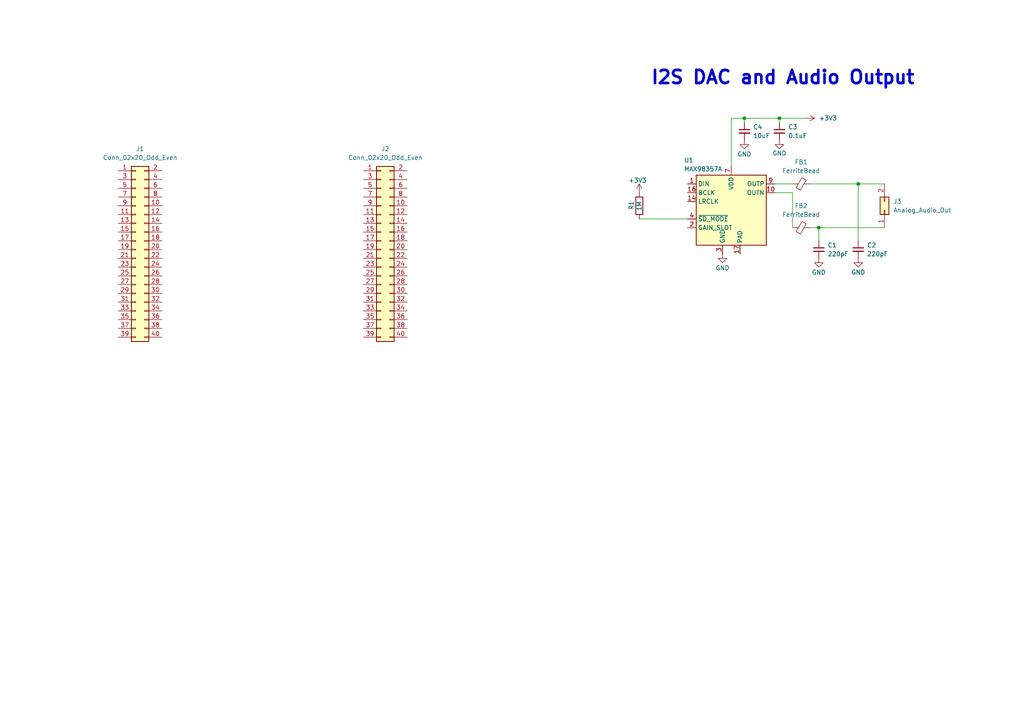
<source format=kicad_sch>
(kicad_sch (version 20250114) (generator "eeschema") (generator_version "9.0")
  (paper "A4")
  (lib_symbols
    (symbol "Audio:MAX98357A"
      (property "Reference" "U" (at -8.89 11.43 0))
      (property "Value" "MAX98357A" (at 10.16 11.43 0))
      (symbol "MAX98357A_1_1"
        (rectangle (start -10.16 10.16) (end 10.16 -10.16) (stroke (width 0.254)) (fill (type background)))
        (pin input line (at -12.7 7.62 0) (length 2.54) (name "DIN") (number "1"))
        (pin input line (at -12.7 5.08 0) (length 2.54) (name "BCLK") (number "16"))
        (pin input line (at -12.7 2.54 0) (length 2.54) (name "LRCLK") (number "14"))
        (pin input line (at -12.7 -2.54 0) (length 2.54) (name "~{SD_MODE}") (number "4"))
        (pin passive line (at -12.7 -5.08 0) (length 2.54) (name "GAIN_SLOT") (number "2"))
        (pin passive line (at -2.54 -12.7 90) (length 2.54) (hide yes) (name "GND") (number "11"))
        (pin passive line (at -2.54 -12.7 90) (length 2.54) (hide yes) (name "GND") (number "15"))
        (pin power_in line (at -2.54 -12.7 90) (length 2.54) (name "GND") (number "3"))
        (pin power_in line (at 0 12.7 270) (length 2.54) (name "VDD") (number "7"))
        (pin passive line (at 0 12.7 270) (length 2.54) (hide yes) (name "VDD") (number "8"))
        (pin unspecified line (at 2.54 -12.7 90) (length 2.54) (name "PAD") (number "17"))
        (pin no_connect line (at 10.16 2.54 180) (length 2.54) (hide yes) (name "NC") (number "5"))
        (pin no_connect line (at 10.16 0 180) (length 2.54) (hide yes) (name "NC") (number "6"))
        (pin no_connect line (at 10.16 -5.08 180) (length 2.54) (hide yes) (name "NC") (number "12"))
        (pin no_connect line (at 10.16 -7.62 180) (length 2.54) (hide yes) (name "NC") (number "13"))
        (pin output line (at 12.7 7.62 180) (length 2.54) (name "OUTP") (number "9"))
        (pin output line (at 12.7 5.08 180) (length 2.54) (name "OUTN") (number "10"))
      )
    )
    (symbol "Connector_Generic:Conn_02x01" (pin_names (offset 1.016) (hide yes))
      (property "Reference" "J" (at 1.27 2.54 0))
      (property "Value" "Conn_02x01" (at 1.27 -2.54 0))
      (symbol "Conn_02x01_1_1"
        (rectangle (start -1.27 1.27) (end 3.81 -1.27) (stroke (width 0.254)) (fill (type background)))
        (rectangle (start -1.27 0.127) (end 0 -0.127) (stroke (width 0.1524)))
        (rectangle (start 3.81 0.127) (end 2.54 -0.127) (stroke (width 0.1524)))
        (pin passive line (at -5.08 0 0) (length 3.81) (name "Pin_1") (number "1"))
        (pin passive line (at 7.62 0 180) (length 3.81) (name "Pin_2") (number "2"))
      )
    )
    (symbol "Connector_Generic:Conn_02x20_Odd_Even" (pin_names (offset 1.016) (hide yes))
      (property "Reference" "J" (at 1.27 25.4 0))
      (property "Value" "Conn_02x20_Odd_Even" (at 1.27 -27.94 0))
      (symbol "Conn_02x20_Odd_Even_1_1"
        (rectangle (start -1.27 24.13) (end 3.81 -26.67) (stroke (width 0.254)) (fill (type background)))
        (rectangle (start -1.27 22.987) (end 0 22.733) (stroke (width 0.1524)))
        (rectangle (start -1.27 20.447) (end 0 20.193) (stroke (width 0.1524)))
        (rectangle (start -1.27 17.907) (end 0 17.653) (stroke (width 0.1524)))
        (rectangle (start -1.27 15.367) (end 0 15.113) (stroke (width 0.1524)))
        (rectangle (start -1.27 12.827) (end 0 12.573) (stroke (width 0.1524)))
        (rectangle (start -1.27 10.287) (end 0 10.033) (stroke (width 0.1524)))
        (rectangle (start -1.27 7.747) (end 0 7.493) (stroke (width 0.1524)))
        (rectangle (start -1.27 5.207) (end 0 4.953) (stroke (width 0.1524)))
        (rectangle (start -1.27 2.667) (end 0 2.413) (stroke (width 0.1524)))
        (rectangle (start -1.27 0.127) (end 0 -0.127) (stroke (width 0.1524)))
        (rectangle (start -1.27 -2.413) (end 0 -2.667) (stroke (width 0.1524)))
        (rectangle (start -1.27 -4.953) (end 0 -5.207) (stroke (width 0.1524)))
        (rectangle (start -1.27 -7.493) (end 0 -7.747) (stroke (width 0.1524)))
        (rectangle (start -1.27 -10.033) (end 0 -10.287) (stroke (width 0.1524)))
        (rectangle (start -1.27 -12.573) (end 0 -12.827) (stroke (width 0.1524)))
        (rectangle (start -1.27 -15.113) (end 0 -15.367) (stroke (width 0.1524)))
        (rectangle (start -1.27 -17.653) (end 0 -17.907) (stroke (width 0.1524)))
        (rectangle (start -1.27 -20.193) (end 0 -20.447) (stroke (width 0.1524)))
        (rectangle (start -1.27 -22.733) (end 0 -22.987) (stroke (width 0.1524)))
        (rectangle (start -1.27 -25.273) (end 0 -25.527) (stroke (width 0.1524)))
        (rectangle (start 3.81 22.987) (end 2.54 22.733) (stroke (width 0.1524)))
        (rectangle (start 3.81 20.447) (end 2.54 20.193) (stroke (width 0.1524)))
        (rectangle (start 3.81 17.907) (end 2.54 17.653) (stroke (width 0.1524)))
        (rectangle (start 3.81 15.367) (end 2.54 15.113) (stroke (width 0.1524)))
        (rectangle (start 3.81 12.827) (end 2.54 12.573) (stroke (width 0.1524)))
        (rectangle (start 3.81 10.287) (end 2.54 10.033) (stroke (width 0.1524)))
        (rectangle (start 3.81 7.747) (end 2.54 7.493) (stroke (width 0.1524)))
        (rectangle (start 3.81 5.207) (end 2.54 4.953) (stroke (width 0.1524)))
        (rectangle (start 3.81 2.667) (end 2.54 2.413) (stroke (width 0.1524)))
        (rectangle (start 3.81 0.127) (end 2.54 -0.127) (stroke (width 0.1524)))
        (rectangle (start 3.81 -2.413) (end 2.54 -2.667) (stroke (width 0.1524)))
        (rectangle (start 3.81 -4.953) (end 2.54 -5.207) (stroke (width 0.1524)))
        (rectangle (start 3.81 -7.493) (end 2.54 -7.747) (stroke (width 0.1524)))
        (rectangle (start 3.81 -10.033) (end 2.54 -10.287) (stroke (width 0.1524)))
        (rectangle (start 3.81 -12.573) (end 2.54 -12.827) (stroke (width 0.1524)))
        (rectangle (start 3.81 -15.113) (end 2.54 -15.367) (stroke (width 0.1524)))
        (rectangle (start 3.81 -17.653) (end 2.54 -17.907) (stroke (width 0.1524)))
        (rectangle (start 3.81 -20.193) (end 2.54 -20.447) (stroke (width 0.1524)))
        (rectangle (start 3.81 -22.733) (end 2.54 -22.987) (stroke (width 0.1524)))
        (rectangle (start 3.81 -25.273) (end 2.54 -25.527) (stroke (width 0.1524)))
        (pin passive line (at -5.08 22.86 0) (length 3.81) (name "Pin_1") (number "1"))
        (pin passive line (at -5.08 20.32 0) (length 3.81) (name "Pin_3") (number "3"))
        (pin passive line (at -5.08 17.78 0) (length 3.81) (name "Pin_5") (number "5"))
        (pin passive line (at -5.08 15.24 0) (length 3.81) (name "Pin_7") (number "7"))
        (pin passive line (at -5.08 12.7 0) (length 3.81) (name "Pin_9") (number "9"))
        (pin passive line (at -5.08 10.16 0) (length 3.81) (name "Pin_11") (number "11"))
        (pin passive line (at -5.08 7.62 0) (length 3.81) (name "Pin_13") (number "13"))
        (pin passive line (at -5.08 5.08 0) (length 3.81) (name "Pin_15") (number "15"))
        (pin passive line (at -5.08 2.54 0) (length 3.81) (name "Pin_17") (number "17"))
        (pin passive line (at -5.08 0 0) (length 3.81) (name "Pin_19") (number "19"))
        (pin passive line (at -5.08 -2.54 0) (length 3.81) (name "Pin_21") (number "21"))
        (pin passive line (at -5.08 -5.08 0) (length 3.81) (name "Pin_23") (number "23"))
        (pin passive line (at -5.08 -7.62 0) (length 3.81) (name "Pin_25") (number "25"))
        (pin passive line (at -5.08 -10.16 0) (length 3.81) (name "Pin_27") (number "27"))
        (pin passive line (at -5.08 -12.7 0) (length 3.81) (name "Pin_29") (number "29"))
        (pin passive line (at -5.08 -15.24 0) (length 3.81) (name "Pin_31") (number "31"))
        (pin passive line (at -5.08 -17.78 0) (length 3.81) (name "Pin_33") (number "33"))
        (pin passive line (at -5.08 -20.32 0) (length 3.81) (name "Pin_35") (number "35"))
        (pin passive line (at -5.08 -22.86 0) (length 3.81) (name "Pin_37") (number "37"))
        (pin passive line (at -5.08 -25.4 0) (length 3.81) (name "Pin_39") (number "39"))
        (pin passive line (at 7.62 22.86 180) (length 3.81) (name "Pin_2") (number "2"))
        (pin passive line (at 7.62 20.32 180) (length 3.81) (name "Pin_4") (number "4"))
        (pin passive line (at 7.62 17.78 180) (length 3.81) (name "Pin_6") (number "6"))
        (pin passive line (at 7.62 15.24 180) (length 3.81) (name "Pin_8") (number "8"))
        (pin passive line (at 7.62 12.7 180) (length 3.81) (name "Pin_10") (number "10"))
        (pin passive line (at 7.62 10.16 180) (length 3.81) (name "Pin_12") (number "12"))
        (pin passive line (at 7.62 7.62 180) (length 3.81) (name "Pin_14") (number "14"))
        (pin passive line (at 7.62 5.08 180) (length 3.81) (name "Pin_16") (number "16"))
        (pin passive line (at 7.62 2.54 180) (length 3.81) (name "Pin_18") (number "18"))
        (pin passive line (at 7.62 0 180) (length 3.81) (name "Pin_20") (number "20"))
        (pin passive line (at 7.62 -2.54 180) (length 3.81) (name "Pin_22") (number "22"))
        (pin passive line (at 7.62 -5.08 180) (length 3.81) (name "Pin_24") (number "24"))
        (pin passive line (at 7.62 -7.62 180) (length 3.81) (name "Pin_26") (number "26"))
        (pin passive line (at 7.62 -10.16 180) (length 3.81) (name "Pin_28") (number "28"))
        (pin passive line (at 7.62 -12.7 180) (length 3.81) (name "Pin_30") (number "30"))
        (pin passive line (at 7.62 -15.24 180) (length 3.81) (name "Pin_32") (number "32"))
        (pin passive line (at 7.62 -17.78 180) (length 3.81) (name "Pin_34") (number "34"))
        (pin passive line (at 7.62 -20.32 180) (length 3.81) (name "Pin_36") (number "36"))
        (pin passive line (at 7.62 -22.86 180) (length 3.81) (name "Pin_38") (number "38"))
        (pin passive line (at 7.62 -25.4 180) (length 3.81) (name "Pin_40") (number "40"))
      )
    )
    (symbol "Device:C_Small" (pin_numbers (hide yes)) (pin_names (offset 0.254) (hide yes))
      (property "Reference" "C" (at 0.254 1.778 0))
      (property "Value" "C_Small" (at 0.254 -2.032 0))
      (symbol "C_Small_0_1"
        (polyline (pts (xy -1.524 0.508) (xy 1.524 0.508)) (stroke (width 0.3048)))
        (polyline (pts (xy -1.524 -0.508) (xy 1.524 -0.508)) (stroke (width 0.3302)))
      )
      (symbol "C_Small_1_1"
        (pin passive line (at 0 2.54 270) (length 2.032) (name "~") (number "1"))
        (pin passive line (at 0 -2.54 90) (length 2.032) (name "~") (number "2"))
      )
    )
    (symbol "Device:FerriteBead_Small" (pin_numbers (hide yes)) (pin_names (offset 0))
      (property "Reference" "FB" (at 1.905 1.27 0))
      (property "Value" "FerriteBead_Small" (at 1.905 -1.27 0))
      (symbol "FerriteBead_Small_0_1"
        (polyline (pts (xy -1.8288 0.2794) (xy -1.1176 1.4986) (xy 1.8288 -0.2032) (xy 1.1176 -1.4224) (xy -1.8288 0.2794)))
        (polyline (pts (xy 0 0.889) (xy 0 1.2954)))
        (polyline (pts (xy 0 -1.27) (xy 0 -0.7874)))
      )
      (symbol "FerriteBead_Small_1_1"
        (pin passive line (at 0 2.54 270) (length 1.27) (name "~") (number "1"))
        (pin passive line (at 0 -2.54 90) (length 1.27) (name "~") (number "2"))
      )
    )
    (symbol "Device:R" (pin_numbers (hide yes)) (pin_names (offset 0))
      (property "Reference" "R" (at 2.032 0 90))
      (property "Value" "R" (at 0 0 90))
      (symbol "R_0_1"
        (rectangle (start -1.016 -2.54) (end 1.016 2.54) (stroke (width 0.254)))
      )
      (symbol "R_1_1"
        (pin passive line (at 0 3.81 270) (length 1.27) (name "~") (number "1"))
        (pin passive line (at 0 -3.81 90) (length 1.27) (name "~") (number "2"))
      )
    )
    (symbol "power:+3V3" (power) (pin_numbers (hide yes)) (pin_names (offset 0) (hide yes))
      (property "Value" "+3V3" (at 0 3.556 0))
      (symbol "+3V3_0_1"
        (polyline (pts (xy -0.762 1.27) (xy 0 2.54)))
        (polyline (pts (xy 0 2.54) (xy 0.762 1.27)))
        (polyline (pts (xy 0 0) (xy 0 2.54)))
      )
      (symbol "+3V3_1_1"
        (pin power_in line (at 0 0 90) (length 0) (name "~") (number "1"))
      )
    )
    (symbol "power:GND" (power) (pin_numbers (hide yes)) (pin_names (offset 0) (hide yes))
      (property "Value" "GND" (at 0 -3.81 0))
      (symbol "GND_0_1"
        (polyline (pts (xy 0 0) (xy 0 -1.27) (xy 1.27 -1.27) (xy 0 -2.54) (xy -1.27 -1.27) (xy 0 -1.27)))
      )
      (symbol "GND_1_1"
        (pin power_in line (at 0 0 270) (length 0) (name "~") (number "1"))
      )
    )
  )
  (text "I2S DAC and Audio Output" (at 227.076 22.606 0) (effects (font (size 3.81 3.81) (thickness 0.762) (bold yes))))
  (junction (at 226.06 34.29))
  (junction (at 248.92 53.34))
  (junction (at 215.9 34.29))
  (junction (at 237.49 66.04))
  (wire (pts (xy 229.87 55.88) (xy 229.87 66.04)))
  (wire (pts (xy 234.95 66.04) (xy 237.49 66.04)))
  (wire (pts (xy 224.79 55.88) (xy 229.87 55.88)))
  (wire (pts (xy 212.09 34.29) (xy 215.9 34.29)))
  (wire (pts (xy 185.42 63.5) (xy 199.39 63.5)))
  (wire (pts (xy 237.49 66.04) (xy 237.49 69.85)))
  (wire (pts (xy 215.9 34.29) (xy 215.9 35.56)))
  (wire (pts (xy 234.95 53.34) (xy 248.92 53.34)))
  (wire (pts (xy 212.09 48.26) (xy 212.09 34.29)))
  (wire (pts (xy 224.79 53.34) (xy 229.87 53.34)))
  (wire (pts (xy 226.06 34.29) (xy 233.68 34.29)))
  (wire (pts (xy 215.9 34.29) (xy 226.06 34.29)))
  (wire (pts (xy 248.92 53.34) (xy 248.92 69.85)))
  (wire (pts (xy 226.06 34.29) (xy 226.06 35.56)))
  (wire (pts (xy 248.92 53.34) (xy 256.54 53.34)))
  (wire (pts (xy 237.49 66.04) (xy 256.54 66.04)))
  (symbol (lib_id "power:GND") (at 209.55 73.66 0) (unit 1)
    (property "Reference" "#PWR03" (effects (hide yes)))
    (property "Value" "GND" (at 209.55 77.724 0))
    (property "Description" "Power symbol creates a global label with name \"GND\" , ground" (effects (hide yes)))
  )
  (symbol (lib_id "Device:C_Small") (at 215.9 38.1 0) (unit 1)
    (property "Reference" "C4" (at 218.44 36.8362 0) (effects (justify left)))
    (property "Value" "10uF" (at 218.44 39.3762 0) (effects (justify left)))
    (property "Description" "Unpolarized capacitor, small symbol" (effects (hide yes)))
  )
  (symbol (lib_id "Connector_Generic:Conn_02x20_Odd_Even") (at 39.37 72.39 0) (unit 1)
    (property "Reference" "J1" (at 40.64 43.18 0))
    (property "Value" "Conn_02x20_Odd_Even" (at 40.64 45.72 0))
    (property "Description" "Generic connector, double row, 02x20, odd/even pin numbering scheme (row 1 odd numbers, row 2 even numbers), script generated (kicad-library-utils/schlib/autogen/connector/)" (effects (hide yes)))
  )
  (symbol (lib_id "Device:R") (at 185.42 59.69 0) (unit 1)
    (property "Reference" "R1" (at 183.134 60.96 90) (effects (justify left)))
    (property "Value" "1M" (at 185.42 61.214 90) (effects (justify left)))
    (property "Description" "Resistor" (effects (hide yes)))
  )
  (symbol (lib_id "power:+3V3") (at 233.68 34.29 270) (unit 1)
    (property "Reference" "#PWR04" (effects (hide yes)))
    (property "Value" "+3V3" (at 237.49 34.2899 90) (effects (justify left)))
    (property "Description" "Power symbol creates a global label with name \"+3V3\"" (effects (hide yes)))
  )
  (symbol (lib_id "Device:FerriteBead_Small") (at 232.41 53.34 90) (unit 1)
    (property "Reference" "FB1" (at 232.3719 46.99 90))
    (property "Value" "FerriteBead" (at 232.3719 49.53 90))
    (property "Description" "Ferrite bead, small symbol" (effects (hide yes)))
  )
  (symbol (lib_id "power:GND") (at 248.92 74.93 0) (unit 1)
    (property "Reference" "#PWR02" (effects (hide yes)))
    (property "Value" "GND" (at 248.92 78.994 0))
    (property "Description" "Power symbol creates a global label with name \"GND\" , ground" (effects (hide yes)))
  )
  (symbol (lib_id "Connector_Generic:Conn_02x01") (at 256.54 60.96 90) (unit 1)
    (property "Reference" "J3" (at 259.08 58.4199 90) (effects (justify right)))
    (property "Value" "Analog_Audio_Out" (at 259.08 60.9599 90) (effects (justify right)))
    (property "Description" "Generic connector, double row, 02x01, this symbol is compatible with counter-clockwise, top-bottom and odd-even numbering schemes., script generated (kicad-library-utils/schlib/autogen/connector/)" (effects (hide yes)))
  )
  (symbol (lib_id "power:GND") (at 226.06 40.64 0) (unit 1)
    (property "Reference" "#PWR05" (effects (hide yes)))
    (property "Value" "GND" (at 226.06 44.45 0))
    (property "Description" "Power symbol creates a global label with name \"GND\" , ground" (effects (hide yes)))
  )
  (symbol (lib_id "Device:C_Small") (at 237.49 72.39 0) (unit 1)
    (property "Reference" "C1" (at 240.03 71.1262 0) (effects (justify left)))
    (property "Value" "220pF" (at 240.03 73.6662 0) (effects (justify left)))
    (property "Description" "Unpolarized capacitor, small symbol" (effects (hide yes)))
  )
  (symbol (lib_id "Device:C_Small") (at 248.92 72.39 0) (unit 1)
    (property "Reference" "C2" (at 251.46 71.1262 0) (effects (justify left)))
    (property "Value" "220pF" (at 251.46 73.6662 0) (effects (justify left)))
    (property "Description" "Unpolarized capacitor, small symbol" (effects (hide yes)))
  )
  (symbol (lib_id "Connector_Generic:Conn_02x20_Odd_Even") (at 110.49 72.39 0) (unit 1)
    (property "Reference" "J2" (at 111.76 43.18 0))
    (property "Value" "Conn_02x20_Odd_Even" (at 111.76 45.72 0))
    (property "Description" "Generic connector, double row, 02x20, odd/even pin numbering scheme (row 1 odd numbers, row 2 even numbers), script generated (kicad-library-utils/schlib/autogen/connector/)" (effects (hide yes)))
  )
  (symbol (lib_id "Device:FerriteBead_Small") (at 232.41 66.04 90) (unit 1)
    (property "Reference" "FB2" (at 232.3719 59.69 90))
    (property "Value" "FerriteBead" (at 232.3719 62.23 90))
    (property "Description" "Ferrite bead, small symbol" (effects (hide yes)))
  )
  (symbol (lib_id "Audio:MAX98357A") (at 212.09 60.96 0) (unit 1)
    (property "Reference" "U1" (at 198.374 46.482 0) (effects (justify left)))
    (property "Value" "MAX98357A" (at 198.374 49.022 0) (effects (justify left)))
    (property "Footprint" "Package_DFN_QFN:TQFN-16-1EP_3x3mm_P0.5mm_EP1.23x1.23mm" (effects (hide yes)))
    (property "Datasheet" "https://www.analog.com/media/en/technical-documentation/data-sheets/MAX98357A-MAX98357B.pdf" (effects (hide yes)))
    (property "Description" "Mono DAC with amplifier, I2S, PCM, TDM, 32-bit, 96khz, 3.2W, TQFP-16" (effects (hide yes)))
  )
  (symbol (lib_id "power:GND") (at 215.9 40.64 0) (unit 1)
    (property "Reference" "#PWR06" (effects (hide yes)))
    (property "Value" "GND" (at 215.9 44.704 0))
    (property "Description" "Power symbol creates a global label with name \"GND\" , ground" (effects (hide yes)))
  )
  (symbol (lib_id "power:+3V3") (at 185.42 55.88 0) (unit 1)
    (property "Reference" "#PWR07" (effects (hide yes)))
    (property "Value" "+3V3" (at 184.912 52.324 0))
    (property "Description" "Power symbol creates a global label with name \"+3V3\"" (effects (hide yes)))
  )
  (symbol (lib_id "power:GND") (at 237.49 74.93 0) (unit 1)
    (property "Reference" "#PWR01" (effects (hide yes)))
    (property "Value" "GND" (at 237.49 78.994 0))
    (property "Description" "Power symbol creates a global label with name \"GND\" , ground" (effects (hide yes)))
  )
  (symbol (lib_id "Device:C_Small") (at 226.06 38.1 0) (unit 1)
    (property "Reference" "C3" (at 228.6 36.8362 0) (effects (justify left)))
    (property "Value" "0.1uF" (at 228.6 39.3762 0) (effects (justify left)))
    (property "Description" "Unpolarized capacitor, small symbol" (effects (hide yes)))
  )
)
</source>
